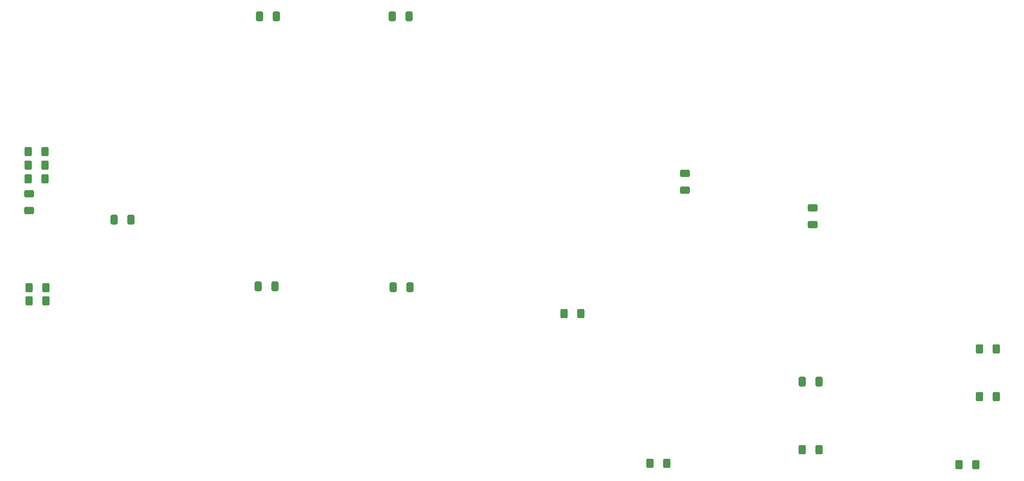
<source format=gbp>
%TF.GenerationSoftware,KiCad,Pcbnew,6.0.1+dfsg-1~bpo11+1*%
%TF.CreationDate,2022-02-08T06:28:31-06:00*%
%TF.ProjectId,raven68k-rev1,72617665-6e36-4386-9b2d-726576312e6b,rev?*%
%TF.SameCoordinates,Original*%
%TF.FileFunction,Paste,Bot*%
%TF.FilePolarity,Positive*%
%FSLAX46Y46*%
G04 Gerber Fmt 4.6, Leading zero omitted, Abs format (unit mm)*
G04 Created by KiCad (PCBNEW 6.0.1+dfsg-1~bpo11+1) date 2022-02-08 06:28:31*
%MOMM*%
%LPD*%
G01*
G04 APERTURE LIST*
G04 Aperture macros list*
%AMRoundRect*
0 Rectangle with rounded corners*
0 $1 Rounding radius*
0 $2 $3 $4 $5 $6 $7 $8 $9 X,Y pos of 4 corners*
0 Add a 4 corners polygon primitive as box body*
4,1,4,$2,$3,$4,$5,$6,$7,$8,$9,$2,$3,0*
0 Add four circle primitives for the rounded corners*
1,1,$1+$1,$2,$3*
1,1,$1+$1,$4,$5*
1,1,$1+$1,$6,$7*
1,1,$1+$1,$8,$9*
0 Add four rect primitives between the rounded corners*
20,1,$1+$1,$2,$3,$4,$5,0*
20,1,$1+$1,$4,$5,$6,$7,0*
20,1,$1+$1,$6,$7,$8,$9,0*
20,1,$1+$1,$8,$9,$2,$3,0*%
G04 Aperture macros list end*
%ADD10RoundRect,0.250000X0.650000X-0.412500X0.650000X0.412500X-0.650000X0.412500X-0.650000X-0.412500X0*%
%ADD11RoundRect,0.250000X-0.412500X-0.650000X0.412500X-0.650000X0.412500X0.650000X-0.412500X0.650000X0*%
%ADD12RoundRect,0.250000X0.412500X0.650000X-0.412500X0.650000X-0.412500X-0.650000X0.412500X-0.650000X0*%
%ADD13RoundRect,0.250000X0.400000X0.625000X-0.400000X0.625000X-0.400000X-0.625000X0.400000X-0.625000X0*%
%ADD14RoundRect,0.250000X-0.400000X-0.625000X0.400000X-0.625000X0.400000X0.625000X-0.400000X0.625000X0*%
G04 APERTURE END LIST*
D10*
%TO.C,C1*%
X49276000Y-79209500D03*
X49276000Y-82334500D03*
%TD*%
D11*
%TO.C,C2*%
X65112500Y-84074000D03*
X68237500Y-84074000D03*
%TD*%
D10*
%TO.C,C5*%
X171450000Y-78524500D03*
X171450000Y-75399500D03*
%TD*%
%TO.C,C6*%
X195199000Y-85001500D03*
X195199000Y-81876500D03*
%TD*%
D12*
%TO.C,C7*%
X196380500Y-114300000D03*
X193255500Y-114300000D03*
%TD*%
%TO.C,C8*%
X95288500Y-46101000D03*
X92163500Y-46101000D03*
%TD*%
%TO.C,C9*%
X120053500Y-46101000D03*
X116928500Y-46101000D03*
%TD*%
%TO.C,C11*%
X120180500Y-96647000D03*
X117055500Y-96647000D03*
%TD*%
%TO.C,C10*%
X95034500Y-96520000D03*
X91909500Y-96520000D03*
%TD*%
D13*
%TO.C,R21*%
X225578000Y-129794000D03*
X222478000Y-129794000D03*
%TD*%
%TO.C,R4*%
X52350000Y-96774000D03*
X49250000Y-96774000D03*
%TD*%
%TO.C,R2*%
X52223000Y-71374000D03*
X49123000Y-71374000D03*
%TD*%
%TO.C,R1*%
X52223000Y-73914000D03*
X49123000Y-73914000D03*
%TD*%
D14*
%TO.C,R6*%
X148945000Y-101600000D03*
X152045000Y-101600000D03*
%TD*%
D13*
%TO.C,R8*%
X196368000Y-127000000D03*
X193268000Y-127000000D03*
%TD*%
%TO.C,R7*%
X168047000Y-129540000D03*
X164947000Y-129540000D03*
%TD*%
D14*
%TO.C,R10*%
X226288000Y-117094000D03*
X229388000Y-117094000D03*
%TD*%
D13*
%TO.C,R3*%
X52223000Y-76454000D03*
X49123000Y-76454000D03*
%TD*%
%TO.C,R5*%
X52350000Y-99187000D03*
X49250000Y-99187000D03*
%TD*%
%TO.C,R9*%
X229388000Y-108204000D03*
X226288000Y-108204000D03*
%TD*%
M02*

</source>
